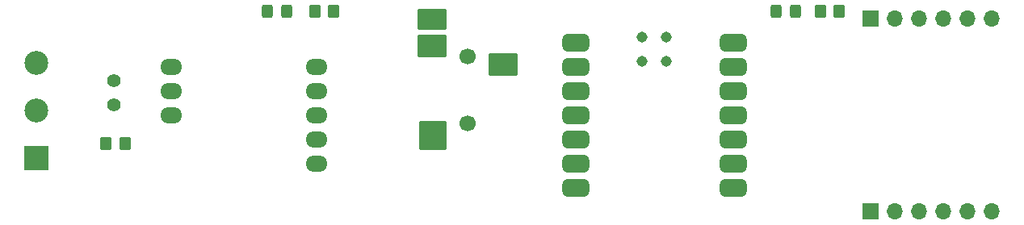
<source format=gts>
%TF.GenerationSoftware,KiCad,Pcbnew,8.0.3*%
%TF.CreationDate,2024-07-22T20:15:05+05:30*%
%TF.ProjectId,learn_modbus_v1,6c656172-6e5f-46d6-9f64-6275735f7631,rev?*%
%TF.SameCoordinates,Original*%
%TF.FileFunction,Soldermask,Top*%
%TF.FilePolarity,Negative*%
%FSLAX46Y46*%
G04 Gerber Fmt 4.6, Leading zero omitted, Abs format (unit mm)*
G04 Created by KiCad (PCBNEW 8.0.3) date 2024-07-22 20:15:05*
%MOMM*%
%LPD*%
G01*
G04 APERTURE LIST*
G04 Aperture macros list*
%AMRoundRect*
0 Rectangle with rounded corners*
0 $1 Rounding radius*
0 $2 $3 $4 $5 $6 $7 $8 $9 X,Y pos of 4 corners*
0 Add a 4 corners polygon primitive as box body*
4,1,4,$2,$3,$4,$5,$6,$7,$8,$9,$2,$3,0*
0 Add four circle primitives for the rounded corners*
1,1,$1+$1,$2,$3*
1,1,$1+$1,$4,$5*
1,1,$1+$1,$6,$7*
1,1,$1+$1,$8,$9*
0 Add four rect primitives between the rounded corners*
20,1,$1+$1,$2,$3,$4,$5,0*
20,1,$1+$1,$4,$5,$6,$7,0*
20,1,$1+$1,$6,$7,$8,$9,0*
20,1,$1+$1,$8,$9,$2,$3,0*%
G04 Aperture macros list end*
%ADD10RoundRect,0.250000X0.350000X0.450000X-0.350000X0.450000X-0.350000X-0.450000X0.350000X-0.450000X0*%
%ADD11RoundRect,0.250000X-0.325000X-0.450000X0.325000X-0.450000X0.325000X0.450000X-0.325000X0.450000X0*%
%ADD12O,2.300000X1.700000*%
%ADD13C,1.400000*%
%ADD14R,2.500000X2.500000*%
%ADD15C,2.500000*%
%ADD16RoundRect,0.250000X-0.350000X-0.450000X0.350000X-0.450000X0.350000X0.450000X-0.350000X0.450000X0*%
%ADD17RoundRect,0.450000X-0.950000X-0.450000X0.950000X-0.450000X0.950000X0.450000X-0.950000X0.450000X0*%
%ADD18C,1.500000*%
%ADD19RoundRect,0.450000X0.950000X0.450000X-0.950000X0.450000X-0.950000X-0.450000X0.950000X-0.450000X0*%
%ADD20C,1.143000*%
%ADD21C,1.700000*%
%ADD22RoundRect,0.102000X1.400000X-1.000000X1.400000X1.000000X-1.400000X1.000000X-1.400000X-1.000000X0*%
%ADD23RoundRect,0.102000X1.300000X-1.400000X1.300000X1.400000X-1.300000X1.400000X-1.300000X-1.400000X0*%
%ADD24RoundRect,0.102000X1.400000X-1.100000X1.400000X1.100000X-1.400000X1.100000X-1.400000X-1.100000X0*%
%ADD25R,1.700000X1.700000*%
%ADD26O,1.700000X1.700000*%
G04 APERTURE END LIST*
D10*
%TO.C,R2*%
X169000000Y-67000000D03*
X167000000Y-67000000D03*
%TD*%
D11*
%TO.C,D2*%
X162375000Y-67000000D03*
X164425000Y-67000000D03*
%TD*%
D10*
%TO.C,R1*%
X116000000Y-67000000D03*
X114000000Y-67000000D03*
%TD*%
D11*
%TO.C,D1*%
X108975000Y-67000000D03*
X111025000Y-67000000D03*
%TD*%
D12*
%TO.C,U3*%
X114220000Y-72820000D03*
X114220000Y-75360000D03*
X114220000Y-77900000D03*
X114220000Y-80440000D03*
X114220000Y-82980000D03*
X98980000Y-77900000D03*
X98980000Y-75360000D03*
X98980000Y-72820000D03*
%TD*%
D13*
%TO.C,JP1*%
X92900000Y-74250000D03*
X92900000Y-76790000D03*
%TD*%
D14*
%TO.C,J3*%
X84800000Y-82400000D03*
D15*
X84800000Y-77400000D03*
X84800000Y-72400000D03*
%TD*%
D16*
%TO.C,R3*%
X92100000Y-80900000D03*
X94100000Y-80900000D03*
%TD*%
D17*
%TO.C,U2*%
X141345000Y-70280000D03*
D18*
X141980000Y-70280000D03*
D17*
X141345000Y-72820000D03*
D18*
X141980000Y-72820000D03*
D17*
X141345000Y-75360000D03*
D18*
X141980000Y-75360000D03*
D17*
X141345000Y-77900000D03*
D18*
X141980000Y-77900000D03*
D17*
X141345000Y-80440000D03*
D18*
X141980000Y-80440000D03*
D17*
X141345000Y-82980000D03*
D18*
X141980000Y-82980000D03*
D17*
X141345000Y-85520000D03*
D18*
X141980000Y-85520000D03*
X157220000Y-85520000D03*
D19*
X157855000Y-85520000D03*
D18*
X157220000Y-82980000D03*
D19*
X157855000Y-82980000D03*
D18*
X157220000Y-80440000D03*
D19*
X157855000Y-80440000D03*
D18*
X157220000Y-77900000D03*
D19*
X157855000Y-77900000D03*
D18*
X157220000Y-75360000D03*
D19*
X157855000Y-75360000D03*
D18*
X157220000Y-72820000D03*
D19*
X157855000Y-72820000D03*
D18*
X157220000Y-70280000D03*
D19*
X157855000Y-70280000D03*
D20*
X148330000Y-69645000D03*
X150870000Y-69645000D03*
X148330000Y-72185000D03*
X150870000Y-72185000D03*
%TD*%
D21*
%TO.C,J1*%
X130000000Y-71750000D03*
X130000000Y-78750000D03*
D22*
X126300000Y-67850000D03*
D23*
X126400000Y-80050000D03*
D24*
X133700000Y-72550000D03*
X126300000Y-70650000D03*
%TD*%
D25*
%TO.C,U1*%
X172300000Y-88000000D03*
D26*
X174840000Y-88000000D03*
X177380000Y-88000000D03*
X179920000Y-88000000D03*
X182460000Y-88000000D03*
X185000000Y-88000000D03*
X185000000Y-67700000D03*
X182460000Y-67700000D03*
X179920000Y-67700000D03*
X177380000Y-67700000D03*
X174840000Y-67700000D03*
D25*
X172300000Y-67700000D03*
%TD*%
M02*

</source>
